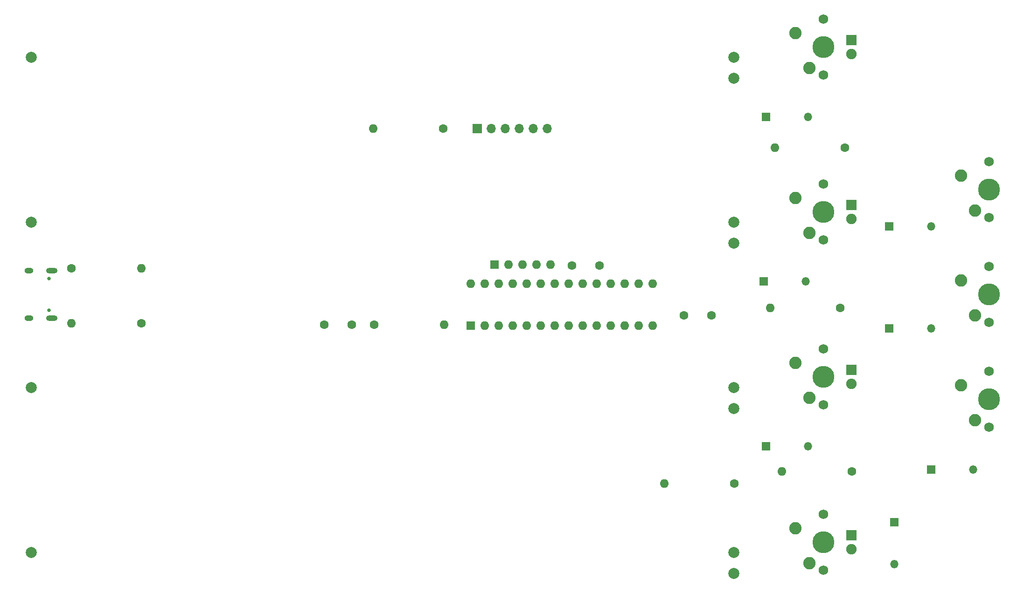
<source format=gbr>
%TF.GenerationSoftware,KiCad,Pcbnew,(6.0.0)*%
%TF.CreationDate,2023-05-21T00:13:47-05:00*%
%TF.ProjectId,micro-mixer-pcb,6d696372-6f2d-46d6-9978-65722d706362,rev?*%
%TF.SameCoordinates,Original*%
%TF.FileFunction,Soldermask,Bot*%
%TF.FilePolarity,Negative*%
%FSLAX46Y46*%
G04 Gerber Fmt 4.6, Leading zero omitted, Abs format (unit mm)*
G04 Created by KiCad (PCBNEW (6.0.0)) date 2023-05-21 00:13:47*
%MOMM*%
%LPD*%
G01*
G04 APERTURE LIST*
%ADD10R,1.600000X1.600000*%
%ADD11O,1.600000X1.600000*%
%ADD12O,2.100000X1.000000*%
%ADD13O,1.600000X1.000000*%
%ADD14C,0.650000*%
%ADD15C,1.600000*%
%ADD16R,1.500000X1.500000*%
%ADD17O,1.500000X1.500000*%
%ADD18C,3.987800*%
%ADD19C,1.750000*%
%ADD20C,2.250000*%
%ADD21C,1.905000*%
%ADD22R,1.905000X1.905000*%
%ADD23C,2.000000*%
%ADD24R,1.700000X1.700000*%
%ADD25O,1.700000X1.700000*%
G04 APERTURE END LIST*
D10*
%TO.C,RN1*%
X169410000Y-76830000D03*
D11*
X171950000Y-76830000D03*
X174490000Y-76830000D03*
X177030000Y-76830000D03*
X179570000Y-76830000D03*
%TD*%
D12*
%TO.C,J1*%
X89095000Y-77921250D03*
X89095000Y-86561250D03*
D13*
X84915000Y-77921250D03*
X84915000Y-86561250D03*
D14*
X88595000Y-85131250D03*
X88595000Y-79351250D03*
%TD*%
D15*
%TO.C,R7*%
X147600000Y-87750000D03*
D11*
X160300000Y-87750000D03*
%TD*%
D16*
%TO.C,D3*%
X218715000Y-109880000D03*
D17*
X226335000Y-109880000D03*
%TD*%
D15*
%TO.C,C2*%
X203781250Y-86051250D03*
X208781250Y-86051250D03*
%TD*%
D18*
%TO.C,MX5*%
X229145000Y-67241250D03*
D19*
X229145000Y-72321250D03*
X229145000Y-62161250D03*
D20*
X226605000Y-71051250D03*
X224065000Y-64701250D03*
D21*
X234225000Y-68511250D03*
D22*
X234225000Y-65971250D03*
%TD*%
D18*
%TO.C,MX4*%
X259145000Y-82241250D03*
D19*
X259145000Y-87321250D03*
X259145000Y-77161250D03*
D20*
X256605000Y-86051250D03*
X254065000Y-79701250D03*
%TD*%
D23*
%TO.C,RV2*%
X212895000Y-99141250D03*
X212895000Y-102941250D03*
X85395000Y-99141250D03*
%TD*%
D19*
%TO.C,MX3*%
X229145000Y-92161250D03*
D18*
X229145000Y-97241250D03*
D19*
X229145000Y-102321250D03*
D20*
X226605000Y-101051250D03*
X224065000Y-94701250D03*
D21*
X234225000Y-98511250D03*
D22*
X234225000Y-95971250D03*
%TD*%
D15*
%TO.C,R1*%
X92616250Y-77478750D03*
D11*
X105316250Y-77478750D03*
%TD*%
D23*
%TO.C,RV1*%
X212895000Y-129141250D03*
X212895000Y-132941250D03*
X85395000Y-129141250D03*
%TD*%
D15*
%TO.C,R4*%
X234260000Y-114420000D03*
D11*
X221560000Y-114420000D03*
%TD*%
D10*
%TO.C,U2*%
X165135000Y-87946250D03*
D11*
X167675000Y-87946250D03*
X170215000Y-87946250D03*
X172755000Y-87946250D03*
X175295000Y-87946250D03*
X177835000Y-87946250D03*
X180375000Y-87946250D03*
X182915000Y-87946250D03*
X185455000Y-87946250D03*
X187995000Y-87946250D03*
X190535000Y-87946250D03*
X193075000Y-87946250D03*
X195615000Y-87946250D03*
X198155000Y-87946250D03*
X198155000Y-80326250D03*
X195615000Y-80326250D03*
X193075000Y-80326250D03*
X190535000Y-80326250D03*
X187995000Y-80326250D03*
X185455000Y-80326250D03*
X182915000Y-80326250D03*
X180375000Y-80326250D03*
X177835000Y-80326250D03*
X175295000Y-80326250D03*
X172755000Y-80326250D03*
X170215000Y-80326250D03*
X167675000Y-80326250D03*
X165135000Y-80326250D03*
%TD*%
D15*
%TO.C,R6*%
X233040000Y-55540000D03*
D11*
X220340000Y-55540000D03*
%TD*%
D18*
%TO.C,MX2*%
X259145000Y-101291250D03*
D19*
X259145000Y-96211250D03*
X259145000Y-106371250D03*
D20*
X256605000Y-105101250D03*
X254065000Y-98751250D03*
%TD*%
D15*
%TO.C,R3*%
X212990000Y-116570000D03*
D11*
X200290000Y-116570000D03*
%TD*%
D24*
%TO.C,J2*%
X166320000Y-52060000D03*
D25*
X168860000Y-52060000D03*
X171400000Y-52060000D03*
X173940000Y-52060000D03*
X176480000Y-52060000D03*
X179020000Y-52060000D03*
%TD*%
D15*
%TO.C,C1*%
X183500000Y-76950000D03*
X188500000Y-76950000D03*
%TD*%
%TO.C,R8*%
X160160000Y-52120000D03*
D11*
X147460000Y-52120000D03*
%TD*%
D23*
%TO.C,RV3*%
X212895000Y-69141250D03*
X212895000Y-72941250D03*
X85395000Y-69141250D03*
%TD*%
%TO.C,RV4*%
X212895000Y-39141250D03*
X212895000Y-42941250D03*
X85395000Y-39141250D03*
%TD*%
D15*
%TO.C,R2*%
X105316250Y-87480000D03*
D11*
X92616250Y-87480000D03*
%TD*%
D16*
%TO.C,D2*%
X248715000Y-114090000D03*
D17*
X256335000Y-114090000D03*
%TD*%
D16*
%TO.C,D5*%
X218250000Y-79890000D03*
D17*
X225870000Y-79890000D03*
%TD*%
D16*
%TO.C,D6*%
X241030000Y-69890000D03*
D17*
X248650000Y-69890000D03*
%TD*%
D15*
%TO.C,C3*%
X143560000Y-87740000D03*
X138560000Y-87740000D03*
%TD*%
D16*
%TO.C,D7*%
X218670000Y-49970000D03*
D17*
X226290000Y-49970000D03*
%TD*%
D16*
%TO.C,D4*%
X241030000Y-88450000D03*
D17*
X248650000Y-88450000D03*
%TD*%
D19*
%TO.C,MX6*%
X259145000Y-68271250D03*
X259145000Y-58111250D03*
D18*
X259145000Y-63191250D03*
D20*
X256605000Y-67001250D03*
X254065000Y-60651250D03*
%TD*%
D19*
%TO.C,MX1*%
X229145000Y-132321250D03*
X229145000Y-122161250D03*
D18*
X229145000Y-127241250D03*
D20*
X226605000Y-131051250D03*
X224065000Y-124701250D03*
D21*
X234225000Y-128511250D03*
D22*
X234225000Y-125971250D03*
%TD*%
D18*
%TO.C,MX7*%
X229145000Y-37241250D03*
D19*
X229145000Y-32161250D03*
X229145000Y-42321250D03*
D20*
X226605000Y-41051250D03*
X224065000Y-34701250D03*
D21*
X234225000Y-38511250D03*
D22*
X234225000Y-35971250D03*
%TD*%
D15*
%TO.C,R5*%
X232200000Y-84670000D03*
D11*
X219500000Y-84670000D03*
%TD*%
D16*
%TO.C,D1*%
X241990000Y-123655000D03*
D17*
X241990000Y-131275000D03*
%TD*%
M02*

</source>
